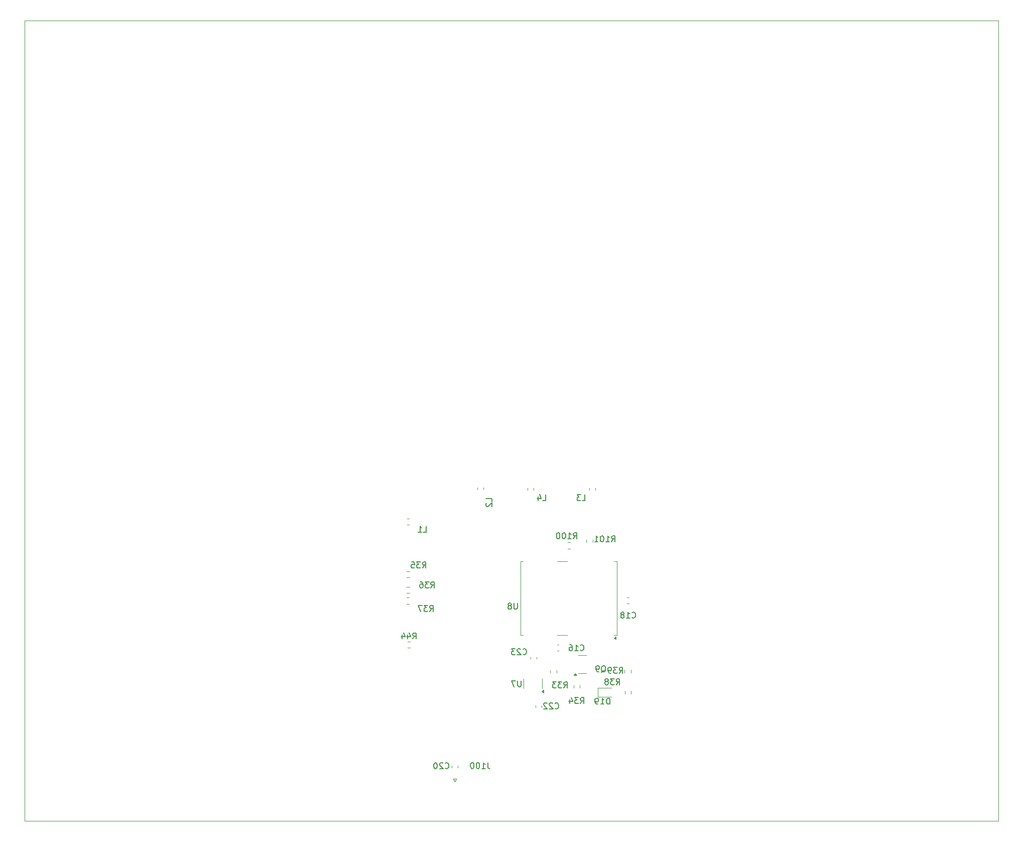
<source format=gbr>
%TF.GenerationSoftware,KiCad,Pcbnew,8.0.1*%
%TF.CreationDate,2024-05-13T23:23:47+02:00*%
%TF.ProjectId,Tracker,54726163-6b65-4722-9e6b-696361645f70,rev?*%
%TF.SameCoordinates,PX2857260PY98c9c50*%
%TF.FileFunction,Legend,Bot*%
%TF.FilePolarity,Positive*%
%FSLAX46Y46*%
G04 Gerber Fmt 4.6, Leading zero omitted, Abs format (unit mm)*
G04 Created by KiCad (PCBNEW 8.0.1) date 2024-05-13 23:23:47*
%MOMM*%
%LPD*%
G01*
G04 APERTURE LIST*
%ADD10C,0.150000*%
%ADD11C,0.120000*%
%TA.AperFunction,Profile*%
%ADD12C,0.100000*%
%TD*%
G04 APERTURE END LIST*
D10*
X83131904Y36695181D02*
X83131904Y35885658D01*
X83131904Y35885658D02*
X83084285Y35790420D01*
X83084285Y35790420D02*
X83036666Y35742800D01*
X83036666Y35742800D02*
X82941428Y35695181D01*
X82941428Y35695181D02*
X82750952Y35695181D01*
X82750952Y35695181D02*
X82655714Y35742800D01*
X82655714Y35742800D02*
X82608095Y35790420D01*
X82608095Y35790420D02*
X82560476Y35885658D01*
X82560476Y35885658D02*
X82560476Y36695181D01*
X81941428Y36266610D02*
X82036666Y36314229D01*
X82036666Y36314229D02*
X82084285Y36361848D01*
X82084285Y36361848D02*
X82131904Y36457086D01*
X82131904Y36457086D02*
X82131904Y36504705D01*
X82131904Y36504705D02*
X82084285Y36599943D01*
X82084285Y36599943D02*
X82036666Y36647562D01*
X82036666Y36647562D02*
X81941428Y36695181D01*
X81941428Y36695181D02*
X81750952Y36695181D01*
X81750952Y36695181D02*
X81655714Y36647562D01*
X81655714Y36647562D02*
X81608095Y36599943D01*
X81608095Y36599943D02*
X81560476Y36504705D01*
X81560476Y36504705D02*
X81560476Y36457086D01*
X81560476Y36457086D02*
X81608095Y36361848D01*
X81608095Y36361848D02*
X81655714Y36314229D01*
X81655714Y36314229D02*
X81750952Y36266610D01*
X81750952Y36266610D02*
X81941428Y36266610D01*
X81941428Y36266610D02*
X82036666Y36218991D01*
X82036666Y36218991D02*
X82084285Y36171372D01*
X82084285Y36171372D02*
X82131904Y36076134D01*
X82131904Y36076134D02*
X82131904Y35885658D01*
X82131904Y35885658D02*
X82084285Y35790420D01*
X82084285Y35790420D02*
X82036666Y35742800D01*
X82036666Y35742800D02*
X81941428Y35695181D01*
X81941428Y35695181D02*
X81750952Y35695181D01*
X81750952Y35695181D02*
X81655714Y35742800D01*
X81655714Y35742800D02*
X81608095Y35790420D01*
X81608095Y35790420D02*
X81560476Y35885658D01*
X81560476Y35885658D02*
X81560476Y36076134D01*
X81560476Y36076134D02*
X81608095Y36171372D01*
X81608095Y36171372D02*
X81655714Y36218991D01*
X81655714Y36218991D02*
X81750952Y36266610D01*
X67132857Y42645181D02*
X67466190Y43121372D01*
X67704285Y42645181D02*
X67704285Y43645181D01*
X67704285Y43645181D02*
X67323333Y43645181D01*
X67323333Y43645181D02*
X67228095Y43597562D01*
X67228095Y43597562D02*
X67180476Y43549943D01*
X67180476Y43549943D02*
X67132857Y43454705D01*
X67132857Y43454705D02*
X67132857Y43311848D01*
X67132857Y43311848D02*
X67180476Y43216610D01*
X67180476Y43216610D02*
X67228095Y43168991D01*
X67228095Y43168991D02*
X67323333Y43121372D01*
X67323333Y43121372D02*
X67704285Y43121372D01*
X66799523Y43645181D02*
X66180476Y43645181D01*
X66180476Y43645181D02*
X66513809Y43264229D01*
X66513809Y43264229D02*
X66370952Y43264229D01*
X66370952Y43264229D02*
X66275714Y43216610D01*
X66275714Y43216610D02*
X66228095Y43168991D01*
X66228095Y43168991D02*
X66180476Y43073753D01*
X66180476Y43073753D02*
X66180476Y42835658D01*
X66180476Y42835658D02*
X66228095Y42740420D01*
X66228095Y42740420D02*
X66275714Y42692800D01*
X66275714Y42692800D02*
X66370952Y42645181D01*
X66370952Y42645181D02*
X66656666Y42645181D01*
X66656666Y42645181D02*
X66751904Y42692800D01*
X66751904Y42692800D02*
X66799523Y42740420D01*
X65275714Y43645181D02*
X65751904Y43645181D01*
X65751904Y43645181D02*
X65799523Y43168991D01*
X65799523Y43168991D02*
X65751904Y43216610D01*
X65751904Y43216610D02*
X65656666Y43264229D01*
X65656666Y43264229D02*
X65418571Y43264229D01*
X65418571Y43264229D02*
X65323333Y43216610D01*
X65323333Y43216610D02*
X65275714Y43168991D01*
X65275714Y43168991D02*
X65228095Y43073753D01*
X65228095Y43073753D02*
X65228095Y42835658D01*
X65228095Y42835658D02*
X65275714Y42740420D01*
X65275714Y42740420D02*
X65323333Y42692800D01*
X65323333Y42692800D02*
X65418571Y42645181D01*
X65418571Y42645181D02*
X65656666Y42645181D01*
X65656666Y42645181D02*
X65751904Y42692800D01*
X65751904Y42692800D02*
X65799523Y42740420D01*
X99822857Y22955181D02*
X100156190Y23431372D01*
X100394285Y22955181D02*
X100394285Y23955181D01*
X100394285Y23955181D02*
X100013333Y23955181D01*
X100013333Y23955181D02*
X99918095Y23907562D01*
X99918095Y23907562D02*
X99870476Y23859943D01*
X99870476Y23859943D02*
X99822857Y23764705D01*
X99822857Y23764705D02*
X99822857Y23621848D01*
X99822857Y23621848D02*
X99870476Y23526610D01*
X99870476Y23526610D02*
X99918095Y23478991D01*
X99918095Y23478991D02*
X100013333Y23431372D01*
X100013333Y23431372D02*
X100394285Y23431372D01*
X99489523Y23955181D02*
X98870476Y23955181D01*
X98870476Y23955181D02*
X99203809Y23574229D01*
X99203809Y23574229D02*
X99060952Y23574229D01*
X99060952Y23574229D02*
X98965714Y23526610D01*
X98965714Y23526610D02*
X98918095Y23478991D01*
X98918095Y23478991D02*
X98870476Y23383753D01*
X98870476Y23383753D02*
X98870476Y23145658D01*
X98870476Y23145658D02*
X98918095Y23050420D01*
X98918095Y23050420D02*
X98965714Y23002800D01*
X98965714Y23002800D02*
X99060952Y22955181D01*
X99060952Y22955181D02*
X99346666Y22955181D01*
X99346666Y22955181D02*
X99441904Y23002800D01*
X99441904Y23002800D02*
X99489523Y23050420D01*
X98299047Y23526610D02*
X98394285Y23574229D01*
X98394285Y23574229D02*
X98441904Y23621848D01*
X98441904Y23621848D02*
X98489523Y23717086D01*
X98489523Y23717086D02*
X98489523Y23764705D01*
X98489523Y23764705D02*
X98441904Y23859943D01*
X98441904Y23859943D02*
X98394285Y23907562D01*
X98394285Y23907562D02*
X98299047Y23955181D01*
X98299047Y23955181D02*
X98108571Y23955181D01*
X98108571Y23955181D02*
X98013333Y23907562D01*
X98013333Y23907562D02*
X97965714Y23859943D01*
X97965714Y23859943D02*
X97918095Y23764705D01*
X97918095Y23764705D02*
X97918095Y23717086D01*
X97918095Y23717086D02*
X97965714Y23621848D01*
X97965714Y23621848D02*
X98013333Y23574229D01*
X98013333Y23574229D02*
X98108571Y23526610D01*
X98108571Y23526610D02*
X98299047Y23526610D01*
X98299047Y23526610D02*
X98394285Y23478991D01*
X98394285Y23478991D02*
X98441904Y23431372D01*
X98441904Y23431372D02*
X98489523Y23336134D01*
X98489523Y23336134D02*
X98489523Y23145658D01*
X98489523Y23145658D02*
X98441904Y23050420D01*
X98441904Y23050420D02*
X98394285Y23002800D01*
X98394285Y23002800D02*
X98299047Y22955181D01*
X98299047Y22955181D02*
X98108571Y22955181D01*
X98108571Y22955181D02*
X98013333Y23002800D01*
X98013333Y23002800D02*
X97965714Y23050420D01*
X97965714Y23050420D02*
X97918095Y23145658D01*
X97918095Y23145658D02*
X97918095Y23336134D01*
X97918095Y23336134D02*
X97965714Y23431372D01*
X97965714Y23431372D02*
X98013333Y23478991D01*
X98013333Y23478991D02*
X98108571Y23526610D01*
X68562857Y39295181D02*
X68896190Y39771372D01*
X69134285Y39295181D02*
X69134285Y40295181D01*
X69134285Y40295181D02*
X68753333Y40295181D01*
X68753333Y40295181D02*
X68658095Y40247562D01*
X68658095Y40247562D02*
X68610476Y40199943D01*
X68610476Y40199943D02*
X68562857Y40104705D01*
X68562857Y40104705D02*
X68562857Y39961848D01*
X68562857Y39961848D02*
X68610476Y39866610D01*
X68610476Y39866610D02*
X68658095Y39818991D01*
X68658095Y39818991D02*
X68753333Y39771372D01*
X68753333Y39771372D02*
X69134285Y39771372D01*
X68229523Y40295181D02*
X67610476Y40295181D01*
X67610476Y40295181D02*
X67943809Y39914229D01*
X67943809Y39914229D02*
X67800952Y39914229D01*
X67800952Y39914229D02*
X67705714Y39866610D01*
X67705714Y39866610D02*
X67658095Y39818991D01*
X67658095Y39818991D02*
X67610476Y39723753D01*
X67610476Y39723753D02*
X67610476Y39485658D01*
X67610476Y39485658D02*
X67658095Y39390420D01*
X67658095Y39390420D02*
X67705714Y39342800D01*
X67705714Y39342800D02*
X67800952Y39295181D01*
X67800952Y39295181D02*
X68086666Y39295181D01*
X68086666Y39295181D02*
X68181904Y39342800D01*
X68181904Y39342800D02*
X68229523Y39390420D01*
X66753333Y40295181D02*
X66943809Y40295181D01*
X66943809Y40295181D02*
X67039047Y40247562D01*
X67039047Y40247562D02*
X67086666Y40199943D01*
X67086666Y40199943D02*
X67181904Y40057086D01*
X67181904Y40057086D02*
X67229523Y39866610D01*
X67229523Y39866610D02*
X67229523Y39485658D01*
X67229523Y39485658D02*
X67181904Y39390420D01*
X67181904Y39390420D02*
X67134285Y39342800D01*
X67134285Y39342800D02*
X67039047Y39295181D01*
X67039047Y39295181D02*
X66848571Y39295181D01*
X66848571Y39295181D02*
X66753333Y39342800D01*
X66753333Y39342800D02*
X66705714Y39390420D01*
X66705714Y39390420D02*
X66658095Y39485658D01*
X66658095Y39485658D02*
X66658095Y39723753D01*
X66658095Y39723753D02*
X66705714Y39818991D01*
X66705714Y39818991D02*
X66753333Y39866610D01*
X66753333Y39866610D02*
X66848571Y39914229D01*
X66848571Y39914229D02*
X67039047Y39914229D01*
X67039047Y39914229D02*
X67134285Y39866610D01*
X67134285Y39866610D02*
X67181904Y39818991D01*
X67181904Y39818991D02*
X67229523Y39723753D01*
X94066666Y53977681D02*
X94542856Y53977681D01*
X94542856Y53977681D02*
X94542856Y54977681D01*
X93828570Y54977681D02*
X93209523Y54977681D01*
X93209523Y54977681D02*
X93542856Y54596729D01*
X93542856Y54596729D02*
X93399999Y54596729D01*
X93399999Y54596729D02*
X93304761Y54549110D01*
X93304761Y54549110D02*
X93257142Y54501491D01*
X93257142Y54501491D02*
X93209523Y54406253D01*
X93209523Y54406253D02*
X93209523Y54168158D01*
X93209523Y54168158D02*
X93257142Y54072920D01*
X93257142Y54072920D02*
X93304761Y54025300D01*
X93304761Y54025300D02*
X93399999Y53977681D01*
X93399999Y53977681D02*
X93685713Y53977681D01*
X93685713Y53977681D02*
X93780951Y54025300D01*
X93780951Y54025300D02*
X93828570Y54072920D01*
X92599047Y47565181D02*
X92932380Y48041372D01*
X93170475Y47565181D02*
X93170475Y48565181D01*
X93170475Y48565181D02*
X92789523Y48565181D01*
X92789523Y48565181D02*
X92694285Y48517562D01*
X92694285Y48517562D02*
X92646666Y48469943D01*
X92646666Y48469943D02*
X92599047Y48374705D01*
X92599047Y48374705D02*
X92599047Y48231848D01*
X92599047Y48231848D02*
X92646666Y48136610D01*
X92646666Y48136610D02*
X92694285Y48088991D01*
X92694285Y48088991D02*
X92789523Y48041372D01*
X92789523Y48041372D02*
X93170475Y48041372D01*
X91646666Y47565181D02*
X92218094Y47565181D01*
X91932380Y47565181D02*
X91932380Y48565181D01*
X91932380Y48565181D02*
X92027618Y48422324D01*
X92027618Y48422324D02*
X92122856Y48327086D01*
X92122856Y48327086D02*
X92218094Y48279467D01*
X91027618Y48565181D02*
X90932380Y48565181D01*
X90932380Y48565181D02*
X90837142Y48517562D01*
X90837142Y48517562D02*
X90789523Y48469943D01*
X90789523Y48469943D02*
X90741904Y48374705D01*
X90741904Y48374705D02*
X90694285Y48184229D01*
X90694285Y48184229D02*
X90694285Y47946134D01*
X90694285Y47946134D02*
X90741904Y47755658D01*
X90741904Y47755658D02*
X90789523Y47660420D01*
X90789523Y47660420D02*
X90837142Y47612800D01*
X90837142Y47612800D02*
X90932380Y47565181D01*
X90932380Y47565181D02*
X91027618Y47565181D01*
X91027618Y47565181D02*
X91122856Y47612800D01*
X91122856Y47612800D02*
X91170475Y47660420D01*
X91170475Y47660420D02*
X91218094Y47755658D01*
X91218094Y47755658D02*
X91265713Y47946134D01*
X91265713Y47946134D02*
X91265713Y48184229D01*
X91265713Y48184229D02*
X91218094Y48374705D01*
X91218094Y48374705D02*
X91170475Y48469943D01*
X91170475Y48469943D02*
X91122856Y48517562D01*
X91122856Y48517562D02*
X91027618Y48565181D01*
X90075237Y48565181D02*
X89979999Y48565181D01*
X89979999Y48565181D02*
X89884761Y48517562D01*
X89884761Y48517562D02*
X89837142Y48469943D01*
X89837142Y48469943D02*
X89789523Y48374705D01*
X89789523Y48374705D02*
X89741904Y48184229D01*
X89741904Y48184229D02*
X89741904Y47946134D01*
X89741904Y47946134D02*
X89789523Y47755658D01*
X89789523Y47755658D02*
X89837142Y47660420D01*
X89837142Y47660420D02*
X89884761Y47612800D01*
X89884761Y47612800D02*
X89979999Y47565181D01*
X89979999Y47565181D02*
X90075237Y47565181D01*
X90075237Y47565181D02*
X90170475Y47612800D01*
X90170475Y47612800D02*
X90218094Y47660420D01*
X90218094Y47660420D02*
X90265713Y47755658D01*
X90265713Y47755658D02*
X90313332Y47946134D01*
X90313332Y47946134D02*
X90313332Y48184229D01*
X90313332Y48184229D02*
X90265713Y48374705D01*
X90265713Y48374705D02*
X90218094Y48469943D01*
X90218094Y48469943D02*
X90170475Y48517562D01*
X90170475Y48517562D02*
X90075237Y48565181D01*
X83781904Y23625181D02*
X83781904Y22815658D01*
X83781904Y22815658D02*
X83734285Y22720420D01*
X83734285Y22720420D02*
X83686666Y22672800D01*
X83686666Y22672800D02*
X83591428Y22625181D01*
X83591428Y22625181D02*
X83400952Y22625181D01*
X83400952Y22625181D02*
X83305714Y22672800D01*
X83305714Y22672800D02*
X83258095Y22720420D01*
X83258095Y22720420D02*
X83210476Y22815658D01*
X83210476Y22815658D02*
X83210476Y23625181D01*
X82829523Y23625181D02*
X82162857Y23625181D01*
X82162857Y23625181D02*
X82591428Y22625181D01*
X87416666Y54015181D02*
X87892856Y54015181D01*
X87892856Y54015181D02*
X87892856Y55015181D01*
X86654761Y54681848D02*
X86654761Y54015181D01*
X86892856Y55062800D02*
X87130951Y54348515D01*
X87130951Y54348515D02*
X86511904Y54348515D01*
X93782857Y19775181D02*
X94116190Y20251372D01*
X94354285Y19775181D02*
X94354285Y20775181D01*
X94354285Y20775181D02*
X93973333Y20775181D01*
X93973333Y20775181D02*
X93878095Y20727562D01*
X93878095Y20727562D02*
X93830476Y20679943D01*
X93830476Y20679943D02*
X93782857Y20584705D01*
X93782857Y20584705D02*
X93782857Y20441848D01*
X93782857Y20441848D02*
X93830476Y20346610D01*
X93830476Y20346610D02*
X93878095Y20298991D01*
X93878095Y20298991D02*
X93973333Y20251372D01*
X93973333Y20251372D02*
X94354285Y20251372D01*
X93449523Y20775181D02*
X92830476Y20775181D01*
X92830476Y20775181D02*
X93163809Y20394229D01*
X93163809Y20394229D02*
X93020952Y20394229D01*
X93020952Y20394229D02*
X92925714Y20346610D01*
X92925714Y20346610D02*
X92878095Y20298991D01*
X92878095Y20298991D02*
X92830476Y20203753D01*
X92830476Y20203753D02*
X92830476Y19965658D01*
X92830476Y19965658D02*
X92878095Y19870420D01*
X92878095Y19870420D02*
X92925714Y19822800D01*
X92925714Y19822800D02*
X93020952Y19775181D01*
X93020952Y19775181D02*
X93306666Y19775181D01*
X93306666Y19775181D02*
X93401904Y19822800D01*
X93401904Y19822800D02*
X93449523Y19870420D01*
X91973333Y20441848D02*
X91973333Y19775181D01*
X92211428Y20822800D02*
X92449523Y20108515D01*
X92449523Y20108515D02*
X91830476Y20108515D01*
X99039047Y47065181D02*
X99372380Y47541372D01*
X99610475Y47065181D02*
X99610475Y48065181D01*
X99610475Y48065181D02*
X99229523Y48065181D01*
X99229523Y48065181D02*
X99134285Y48017562D01*
X99134285Y48017562D02*
X99086666Y47969943D01*
X99086666Y47969943D02*
X99039047Y47874705D01*
X99039047Y47874705D02*
X99039047Y47731848D01*
X99039047Y47731848D02*
X99086666Y47636610D01*
X99086666Y47636610D02*
X99134285Y47588991D01*
X99134285Y47588991D02*
X99229523Y47541372D01*
X99229523Y47541372D02*
X99610475Y47541372D01*
X98086666Y47065181D02*
X98658094Y47065181D01*
X98372380Y47065181D02*
X98372380Y48065181D01*
X98372380Y48065181D02*
X98467618Y47922324D01*
X98467618Y47922324D02*
X98562856Y47827086D01*
X98562856Y47827086D02*
X98658094Y47779467D01*
X97467618Y48065181D02*
X97372380Y48065181D01*
X97372380Y48065181D02*
X97277142Y48017562D01*
X97277142Y48017562D02*
X97229523Y47969943D01*
X97229523Y47969943D02*
X97181904Y47874705D01*
X97181904Y47874705D02*
X97134285Y47684229D01*
X97134285Y47684229D02*
X97134285Y47446134D01*
X97134285Y47446134D02*
X97181904Y47255658D01*
X97181904Y47255658D02*
X97229523Y47160420D01*
X97229523Y47160420D02*
X97277142Y47112800D01*
X97277142Y47112800D02*
X97372380Y47065181D01*
X97372380Y47065181D02*
X97467618Y47065181D01*
X97467618Y47065181D02*
X97562856Y47112800D01*
X97562856Y47112800D02*
X97610475Y47160420D01*
X97610475Y47160420D02*
X97658094Y47255658D01*
X97658094Y47255658D02*
X97705713Y47446134D01*
X97705713Y47446134D02*
X97705713Y47684229D01*
X97705713Y47684229D02*
X97658094Y47874705D01*
X97658094Y47874705D02*
X97610475Y47969943D01*
X97610475Y47969943D02*
X97562856Y48017562D01*
X97562856Y48017562D02*
X97467618Y48065181D01*
X96181904Y47065181D02*
X96753332Y47065181D01*
X96467618Y47065181D02*
X96467618Y48065181D01*
X96467618Y48065181D02*
X96562856Y47922324D01*
X96562856Y47922324D02*
X96658094Y47827086D01*
X96658094Y47827086D02*
X96753332Y47779467D01*
X70962857Y8895420D02*
X71010476Y8847800D01*
X71010476Y8847800D02*
X71153333Y8800181D01*
X71153333Y8800181D02*
X71248571Y8800181D01*
X71248571Y8800181D02*
X71391428Y8847800D01*
X71391428Y8847800D02*
X71486666Y8943039D01*
X71486666Y8943039D02*
X71534285Y9038277D01*
X71534285Y9038277D02*
X71581904Y9228753D01*
X71581904Y9228753D02*
X71581904Y9371610D01*
X71581904Y9371610D02*
X71534285Y9562086D01*
X71534285Y9562086D02*
X71486666Y9657324D01*
X71486666Y9657324D02*
X71391428Y9752562D01*
X71391428Y9752562D02*
X71248571Y9800181D01*
X71248571Y9800181D02*
X71153333Y9800181D01*
X71153333Y9800181D02*
X71010476Y9752562D01*
X71010476Y9752562D02*
X70962857Y9704943D01*
X70581904Y9704943D02*
X70534285Y9752562D01*
X70534285Y9752562D02*
X70439047Y9800181D01*
X70439047Y9800181D02*
X70200952Y9800181D01*
X70200952Y9800181D02*
X70105714Y9752562D01*
X70105714Y9752562D02*
X70058095Y9704943D01*
X70058095Y9704943D02*
X70010476Y9609705D01*
X70010476Y9609705D02*
X70010476Y9514467D01*
X70010476Y9514467D02*
X70058095Y9371610D01*
X70058095Y9371610D02*
X70629523Y8800181D01*
X70629523Y8800181D02*
X70010476Y8800181D01*
X69391428Y9800181D02*
X69296190Y9800181D01*
X69296190Y9800181D02*
X69200952Y9752562D01*
X69200952Y9752562D02*
X69153333Y9704943D01*
X69153333Y9704943D02*
X69105714Y9609705D01*
X69105714Y9609705D02*
X69058095Y9419229D01*
X69058095Y9419229D02*
X69058095Y9181134D01*
X69058095Y9181134D02*
X69105714Y8990658D01*
X69105714Y8990658D02*
X69153333Y8895420D01*
X69153333Y8895420D02*
X69200952Y8847800D01*
X69200952Y8847800D02*
X69296190Y8800181D01*
X69296190Y8800181D02*
X69391428Y8800181D01*
X69391428Y8800181D02*
X69486666Y8847800D01*
X69486666Y8847800D02*
X69534285Y8895420D01*
X69534285Y8895420D02*
X69581904Y8990658D01*
X69581904Y8990658D02*
X69629523Y9181134D01*
X69629523Y9181134D02*
X69629523Y9419229D01*
X69629523Y9419229D02*
X69581904Y9609705D01*
X69581904Y9609705D02*
X69534285Y9704943D01*
X69534285Y9704943D02*
X69486666Y9752562D01*
X69486666Y9752562D02*
X69391428Y9800181D01*
X65497857Y30685181D02*
X65831190Y31161372D01*
X66069285Y30685181D02*
X66069285Y31685181D01*
X66069285Y31685181D02*
X65688333Y31685181D01*
X65688333Y31685181D02*
X65593095Y31637562D01*
X65593095Y31637562D02*
X65545476Y31589943D01*
X65545476Y31589943D02*
X65497857Y31494705D01*
X65497857Y31494705D02*
X65497857Y31351848D01*
X65497857Y31351848D02*
X65545476Y31256610D01*
X65545476Y31256610D02*
X65593095Y31208991D01*
X65593095Y31208991D02*
X65688333Y31161372D01*
X65688333Y31161372D02*
X66069285Y31161372D01*
X64640714Y31351848D02*
X64640714Y30685181D01*
X64878809Y31732800D02*
X65116904Y31018515D01*
X65116904Y31018515D02*
X64497857Y31018515D01*
X63688333Y31351848D02*
X63688333Y30685181D01*
X63926428Y31732800D02*
X64164523Y31018515D01*
X64164523Y31018515D02*
X63545476Y31018515D01*
X97305238Y25049943D02*
X97400476Y25097562D01*
X97400476Y25097562D02*
X97495714Y25192800D01*
X97495714Y25192800D02*
X97638571Y25335658D01*
X97638571Y25335658D02*
X97733809Y25383277D01*
X97733809Y25383277D02*
X97829047Y25383277D01*
X97781428Y25145181D02*
X97876666Y25192800D01*
X97876666Y25192800D02*
X97971904Y25288039D01*
X97971904Y25288039D02*
X98019523Y25478515D01*
X98019523Y25478515D02*
X98019523Y25811848D01*
X98019523Y25811848D02*
X97971904Y26002324D01*
X97971904Y26002324D02*
X97876666Y26097562D01*
X97876666Y26097562D02*
X97781428Y26145181D01*
X97781428Y26145181D02*
X97590952Y26145181D01*
X97590952Y26145181D02*
X97495714Y26097562D01*
X97495714Y26097562D02*
X97400476Y26002324D01*
X97400476Y26002324D02*
X97352857Y25811848D01*
X97352857Y25811848D02*
X97352857Y25478515D01*
X97352857Y25478515D02*
X97400476Y25288039D01*
X97400476Y25288039D02*
X97495714Y25192800D01*
X97495714Y25192800D02*
X97590952Y25145181D01*
X97590952Y25145181D02*
X97781428Y25145181D01*
X96876666Y25145181D02*
X96686190Y25145181D01*
X96686190Y25145181D02*
X96590952Y25192800D01*
X96590952Y25192800D02*
X96543333Y25240420D01*
X96543333Y25240420D02*
X96448095Y25383277D01*
X96448095Y25383277D02*
X96400476Y25573753D01*
X96400476Y25573753D02*
X96400476Y25954705D01*
X96400476Y25954705D02*
X96448095Y26049943D01*
X96448095Y26049943D02*
X96495714Y26097562D01*
X96495714Y26097562D02*
X96590952Y26145181D01*
X96590952Y26145181D02*
X96781428Y26145181D01*
X96781428Y26145181D02*
X96876666Y26097562D01*
X96876666Y26097562D02*
X96924285Y26049943D01*
X96924285Y26049943D02*
X96971904Y25954705D01*
X96971904Y25954705D02*
X96971904Y25716610D01*
X96971904Y25716610D02*
X96924285Y25621372D01*
X96924285Y25621372D02*
X96876666Y25573753D01*
X96876666Y25573753D02*
X96781428Y25526134D01*
X96781428Y25526134D02*
X96590952Y25526134D01*
X96590952Y25526134D02*
X96495714Y25573753D01*
X96495714Y25573753D02*
X96448095Y25621372D01*
X96448095Y25621372D02*
X96400476Y25716610D01*
X93762857Y28780420D02*
X93810476Y28732800D01*
X93810476Y28732800D02*
X93953333Y28685181D01*
X93953333Y28685181D02*
X94048571Y28685181D01*
X94048571Y28685181D02*
X94191428Y28732800D01*
X94191428Y28732800D02*
X94286666Y28828039D01*
X94286666Y28828039D02*
X94334285Y28923277D01*
X94334285Y28923277D02*
X94381904Y29113753D01*
X94381904Y29113753D02*
X94381904Y29256610D01*
X94381904Y29256610D02*
X94334285Y29447086D01*
X94334285Y29447086D02*
X94286666Y29542324D01*
X94286666Y29542324D02*
X94191428Y29637562D01*
X94191428Y29637562D02*
X94048571Y29685181D01*
X94048571Y29685181D02*
X93953333Y29685181D01*
X93953333Y29685181D02*
X93810476Y29637562D01*
X93810476Y29637562D02*
X93762857Y29589943D01*
X92810476Y28685181D02*
X93381904Y28685181D01*
X93096190Y28685181D02*
X93096190Y29685181D01*
X93096190Y29685181D02*
X93191428Y29542324D01*
X93191428Y29542324D02*
X93286666Y29447086D01*
X93286666Y29447086D02*
X93381904Y29399467D01*
X91953333Y29685181D02*
X92143809Y29685181D01*
X92143809Y29685181D02*
X92239047Y29637562D01*
X92239047Y29637562D02*
X92286666Y29589943D01*
X92286666Y29589943D02*
X92381904Y29447086D01*
X92381904Y29447086D02*
X92429523Y29256610D01*
X92429523Y29256610D02*
X92429523Y28875658D01*
X92429523Y28875658D02*
X92381904Y28780420D01*
X92381904Y28780420D02*
X92334285Y28732800D01*
X92334285Y28732800D02*
X92239047Y28685181D01*
X92239047Y28685181D02*
X92048571Y28685181D01*
X92048571Y28685181D02*
X91953333Y28732800D01*
X91953333Y28732800D02*
X91905714Y28780420D01*
X91905714Y28780420D02*
X91858095Y28875658D01*
X91858095Y28875658D02*
X91858095Y29113753D01*
X91858095Y29113753D02*
X91905714Y29208991D01*
X91905714Y29208991D02*
X91953333Y29256610D01*
X91953333Y29256610D02*
X92048571Y29304229D01*
X92048571Y29304229D02*
X92239047Y29304229D01*
X92239047Y29304229D02*
X92334285Y29256610D01*
X92334285Y29256610D02*
X92381904Y29208991D01*
X92381904Y29208991D02*
X92429523Y29113753D01*
X100332857Y24875181D02*
X100666190Y25351372D01*
X100904285Y24875181D02*
X100904285Y25875181D01*
X100904285Y25875181D02*
X100523333Y25875181D01*
X100523333Y25875181D02*
X100428095Y25827562D01*
X100428095Y25827562D02*
X100380476Y25779943D01*
X100380476Y25779943D02*
X100332857Y25684705D01*
X100332857Y25684705D02*
X100332857Y25541848D01*
X100332857Y25541848D02*
X100380476Y25446610D01*
X100380476Y25446610D02*
X100428095Y25398991D01*
X100428095Y25398991D02*
X100523333Y25351372D01*
X100523333Y25351372D02*
X100904285Y25351372D01*
X99999523Y25875181D02*
X99380476Y25875181D01*
X99380476Y25875181D02*
X99713809Y25494229D01*
X99713809Y25494229D02*
X99570952Y25494229D01*
X99570952Y25494229D02*
X99475714Y25446610D01*
X99475714Y25446610D02*
X99428095Y25398991D01*
X99428095Y25398991D02*
X99380476Y25303753D01*
X99380476Y25303753D02*
X99380476Y25065658D01*
X99380476Y25065658D02*
X99428095Y24970420D01*
X99428095Y24970420D02*
X99475714Y24922800D01*
X99475714Y24922800D02*
X99570952Y24875181D01*
X99570952Y24875181D02*
X99856666Y24875181D01*
X99856666Y24875181D02*
X99951904Y24922800D01*
X99951904Y24922800D02*
X99999523Y24970420D01*
X98904285Y24875181D02*
X98713809Y24875181D01*
X98713809Y24875181D02*
X98618571Y24922800D01*
X98618571Y24922800D02*
X98570952Y24970420D01*
X98570952Y24970420D02*
X98475714Y25113277D01*
X98475714Y25113277D02*
X98428095Y25303753D01*
X98428095Y25303753D02*
X98428095Y25684705D01*
X98428095Y25684705D02*
X98475714Y25779943D01*
X98475714Y25779943D02*
X98523333Y25827562D01*
X98523333Y25827562D02*
X98618571Y25875181D01*
X98618571Y25875181D02*
X98809047Y25875181D01*
X98809047Y25875181D02*
X98904285Y25827562D01*
X98904285Y25827562D02*
X98951904Y25779943D01*
X98951904Y25779943D02*
X98999523Y25684705D01*
X98999523Y25684705D02*
X98999523Y25446610D01*
X98999523Y25446610D02*
X98951904Y25351372D01*
X98951904Y25351372D02*
X98904285Y25303753D01*
X98904285Y25303753D02*
X98809047Y25256134D01*
X98809047Y25256134D02*
X98618571Y25256134D01*
X98618571Y25256134D02*
X98523333Y25303753D01*
X98523333Y25303753D02*
X98475714Y25351372D01*
X98475714Y25351372D02*
X98428095Y25446610D01*
X78854819Y53859167D02*
X78854819Y54335357D01*
X78854819Y54335357D02*
X77854819Y54335357D01*
X77950057Y53573452D02*
X77902438Y53525833D01*
X77902438Y53525833D02*
X77854819Y53430595D01*
X77854819Y53430595D02*
X77854819Y53192500D01*
X77854819Y53192500D02*
X77902438Y53097262D01*
X77902438Y53097262D02*
X77950057Y53049643D01*
X77950057Y53049643D02*
X78045295Y53002024D01*
X78045295Y53002024D02*
X78140533Y53002024D01*
X78140533Y53002024D02*
X78283390Y53049643D01*
X78283390Y53049643D02*
X78854819Y53621071D01*
X78854819Y53621071D02*
X78854819Y53002024D01*
X78155714Y9815181D02*
X78155714Y9100896D01*
X78155714Y9100896D02*
X78203333Y8958039D01*
X78203333Y8958039D02*
X78298571Y8862800D01*
X78298571Y8862800D02*
X78441428Y8815181D01*
X78441428Y8815181D02*
X78536666Y8815181D01*
X77155714Y8815181D02*
X77727142Y8815181D01*
X77441428Y8815181D02*
X77441428Y9815181D01*
X77441428Y9815181D02*
X77536666Y9672324D01*
X77536666Y9672324D02*
X77631904Y9577086D01*
X77631904Y9577086D02*
X77727142Y9529467D01*
X76536666Y9815181D02*
X76441428Y9815181D01*
X76441428Y9815181D02*
X76346190Y9767562D01*
X76346190Y9767562D02*
X76298571Y9719943D01*
X76298571Y9719943D02*
X76250952Y9624705D01*
X76250952Y9624705D02*
X76203333Y9434229D01*
X76203333Y9434229D02*
X76203333Y9196134D01*
X76203333Y9196134D02*
X76250952Y9005658D01*
X76250952Y9005658D02*
X76298571Y8910420D01*
X76298571Y8910420D02*
X76346190Y8862800D01*
X76346190Y8862800D02*
X76441428Y8815181D01*
X76441428Y8815181D02*
X76536666Y8815181D01*
X76536666Y8815181D02*
X76631904Y8862800D01*
X76631904Y8862800D02*
X76679523Y8910420D01*
X76679523Y8910420D02*
X76727142Y9005658D01*
X76727142Y9005658D02*
X76774761Y9196134D01*
X76774761Y9196134D02*
X76774761Y9434229D01*
X76774761Y9434229D02*
X76727142Y9624705D01*
X76727142Y9624705D02*
X76679523Y9719943D01*
X76679523Y9719943D02*
X76631904Y9767562D01*
X76631904Y9767562D02*
X76536666Y9815181D01*
X75584285Y9815181D02*
X75489047Y9815181D01*
X75489047Y9815181D02*
X75393809Y9767562D01*
X75393809Y9767562D02*
X75346190Y9719943D01*
X75346190Y9719943D02*
X75298571Y9624705D01*
X75298571Y9624705D02*
X75250952Y9434229D01*
X75250952Y9434229D02*
X75250952Y9196134D01*
X75250952Y9196134D02*
X75298571Y9005658D01*
X75298571Y9005658D02*
X75346190Y8910420D01*
X75346190Y8910420D02*
X75393809Y8862800D01*
X75393809Y8862800D02*
X75489047Y8815181D01*
X75489047Y8815181D02*
X75584285Y8815181D01*
X75584285Y8815181D02*
X75679523Y8862800D01*
X75679523Y8862800D02*
X75727142Y8910420D01*
X75727142Y8910420D02*
X75774761Y9005658D01*
X75774761Y9005658D02*
X75822380Y9196134D01*
X75822380Y9196134D02*
X75822380Y9434229D01*
X75822380Y9434229D02*
X75774761Y9624705D01*
X75774761Y9624705D02*
X75727142Y9719943D01*
X75727142Y9719943D02*
X75679523Y9767562D01*
X75679523Y9767562D02*
X75584285Y9815181D01*
X89482857Y18980420D02*
X89530476Y18932800D01*
X89530476Y18932800D02*
X89673333Y18885181D01*
X89673333Y18885181D02*
X89768571Y18885181D01*
X89768571Y18885181D02*
X89911428Y18932800D01*
X89911428Y18932800D02*
X90006666Y19028039D01*
X90006666Y19028039D02*
X90054285Y19123277D01*
X90054285Y19123277D02*
X90101904Y19313753D01*
X90101904Y19313753D02*
X90101904Y19456610D01*
X90101904Y19456610D02*
X90054285Y19647086D01*
X90054285Y19647086D02*
X90006666Y19742324D01*
X90006666Y19742324D02*
X89911428Y19837562D01*
X89911428Y19837562D02*
X89768571Y19885181D01*
X89768571Y19885181D02*
X89673333Y19885181D01*
X89673333Y19885181D02*
X89530476Y19837562D01*
X89530476Y19837562D02*
X89482857Y19789943D01*
X89101904Y19789943D02*
X89054285Y19837562D01*
X89054285Y19837562D02*
X88959047Y19885181D01*
X88959047Y19885181D02*
X88720952Y19885181D01*
X88720952Y19885181D02*
X88625714Y19837562D01*
X88625714Y19837562D02*
X88578095Y19789943D01*
X88578095Y19789943D02*
X88530476Y19694705D01*
X88530476Y19694705D02*
X88530476Y19599467D01*
X88530476Y19599467D02*
X88578095Y19456610D01*
X88578095Y19456610D02*
X89149523Y18885181D01*
X89149523Y18885181D02*
X88530476Y18885181D01*
X88149523Y19789943D02*
X88101904Y19837562D01*
X88101904Y19837562D02*
X88006666Y19885181D01*
X88006666Y19885181D02*
X87768571Y19885181D01*
X87768571Y19885181D02*
X87673333Y19837562D01*
X87673333Y19837562D02*
X87625714Y19789943D01*
X87625714Y19789943D02*
X87578095Y19694705D01*
X87578095Y19694705D02*
X87578095Y19599467D01*
X87578095Y19599467D02*
X87625714Y19456610D01*
X87625714Y19456610D02*
X88197142Y18885181D01*
X88197142Y18885181D02*
X87578095Y18885181D01*
X84062857Y28100420D02*
X84110476Y28052800D01*
X84110476Y28052800D02*
X84253333Y28005181D01*
X84253333Y28005181D02*
X84348571Y28005181D01*
X84348571Y28005181D02*
X84491428Y28052800D01*
X84491428Y28052800D02*
X84586666Y28148039D01*
X84586666Y28148039D02*
X84634285Y28243277D01*
X84634285Y28243277D02*
X84681904Y28433753D01*
X84681904Y28433753D02*
X84681904Y28576610D01*
X84681904Y28576610D02*
X84634285Y28767086D01*
X84634285Y28767086D02*
X84586666Y28862324D01*
X84586666Y28862324D02*
X84491428Y28957562D01*
X84491428Y28957562D02*
X84348571Y29005181D01*
X84348571Y29005181D02*
X84253333Y29005181D01*
X84253333Y29005181D02*
X84110476Y28957562D01*
X84110476Y28957562D02*
X84062857Y28909943D01*
X83681904Y28909943D02*
X83634285Y28957562D01*
X83634285Y28957562D02*
X83539047Y29005181D01*
X83539047Y29005181D02*
X83300952Y29005181D01*
X83300952Y29005181D02*
X83205714Y28957562D01*
X83205714Y28957562D02*
X83158095Y28909943D01*
X83158095Y28909943D02*
X83110476Y28814705D01*
X83110476Y28814705D02*
X83110476Y28719467D01*
X83110476Y28719467D02*
X83158095Y28576610D01*
X83158095Y28576610D02*
X83729523Y28005181D01*
X83729523Y28005181D02*
X83110476Y28005181D01*
X82777142Y29005181D02*
X82158095Y29005181D01*
X82158095Y29005181D02*
X82491428Y28624229D01*
X82491428Y28624229D02*
X82348571Y28624229D01*
X82348571Y28624229D02*
X82253333Y28576610D01*
X82253333Y28576610D02*
X82205714Y28528991D01*
X82205714Y28528991D02*
X82158095Y28433753D01*
X82158095Y28433753D02*
X82158095Y28195658D01*
X82158095Y28195658D02*
X82205714Y28100420D01*
X82205714Y28100420D02*
X82253333Y28052800D01*
X82253333Y28052800D02*
X82348571Y28005181D01*
X82348571Y28005181D02*
X82634285Y28005181D01*
X82634285Y28005181D02*
X82729523Y28052800D01*
X82729523Y28052800D02*
X82777142Y28100420D01*
X90992857Y22435181D02*
X91326190Y22911372D01*
X91564285Y22435181D02*
X91564285Y23435181D01*
X91564285Y23435181D02*
X91183333Y23435181D01*
X91183333Y23435181D02*
X91088095Y23387562D01*
X91088095Y23387562D02*
X91040476Y23339943D01*
X91040476Y23339943D02*
X90992857Y23244705D01*
X90992857Y23244705D02*
X90992857Y23101848D01*
X90992857Y23101848D02*
X91040476Y23006610D01*
X91040476Y23006610D02*
X91088095Y22958991D01*
X91088095Y22958991D02*
X91183333Y22911372D01*
X91183333Y22911372D02*
X91564285Y22911372D01*
X90659523Y23435181D02*
X90040476Y23435181D01*
X90040476Y23435181D02*
X90373809Y23054229D01*
X90373809Y23054229D02*
X90230952Y23054229D01*
X90230952Y23054229D02*
X90135714Y23006610D01*
X90135714Y23006610D02*
X90088095Y22958991D01*
X90088095Y22958991D02*
X90040476Y22863753D01*
X90040476Y22863753D02*
X90040476Y22625658D01*
X90040476Y22625658D02*
X90088095Y22530420D01*
X90088095Y22530420D02*
X90135714Y22482800D01*
X90135714Y22482800D02*
X90230952Y22435181D01*
X90230952Y22435181D02*
X90516666Y22435181D01*
X90516666Y22435181D02*
X90611904Y22482800D01*
X90611904Y22482800D02*
X90659523Y22530420D01*
X89707142Y23435181D02*
X89088095Y23435181D01*
X89088095Y23435181D02*
X89421428Y23054229D01*
X89421428Y23054229D02*
X89278571Y23054229D01*
X89278571Y23054229D02*
X89183333Y23006610D01*
X89183333Y23006610D02*
X89135714Y22958991D01*
X89135714Y22958991D02*
X89088095Y22863753D01*
X89088095Y22863753D02*
X89088095Y22625658D01*
X89088095Y22625658D02*
X89135714Y22530420D01*
X89135714Y22530420D02*
X89183333Y22482800D01*
X89183333Y22482800D02*
X89278571Y22435181D01*
X89278571Y22435181D02*
X89564285Y22435181D01*
X89564285Y22435181D02*
X89659523Y22482800D01*
X89659523Y22482800D02*
X89707142Y22530420D01*
X102482857Y34300420D02*
X102530476Y34252800D01*
X102530476Y34252800D02*
X102673333Y34205181D01*
X102673333Y34205181D02*
X102768571Y34205181D01*
X102768571Y34205181D02*
X102911428Y34252800D01*
X102911428Y34252800D02*
X103006666Y34348039D01*
X103006666Y34348039D02*
X103054285Y34443277D01*
X103054285Y34443277D02*
X103101904Y34633753D01*
X103101904Y34633753D02*
X103101904Y34776610D01*
X103101904Y34776610D02*
X103054285Y34967086D01*
X103054285Y34967086D02*
X103006666Y35062324D01*
X103006666Y35062324D02*
X102911428Y35157562D01*
X102911428Y35157562D02*
X102768571Y35205181D01*
X102768571Y35205181D02*
X102673333Y35205181D01*
X102673333Y35205181D02*
X102530476Y35157562D01*
X102530476Y35157562D02*
X102482857Y35109943D01*
X101530476Y34205181D02*
X102101904Y34205181D01*
X101816190Y34205181D02*
X101816190Y35205181D01*
X101816190Y35205181D02*
X101911428Y35062324D01*
X101911428Y35062324D02*
X102006666Y34967086D01*
X102006666Y34967086D02*
X102101904Y34919467D01*
X100959047Y34776610D02*
X101054285Y34824229D01*
X101054285Y34824229D02*
X101101904Y34871848D01*
X101101904Y34871848D02*
X101149523Y34967086D01*
X101149523Y34967086D02*
X101149523Y35014705D01*
X101149523Y35014705D02*
X101101904Y35109943D01*
X101101904Y35109943D02*
X101054285Y35157562D01*
X101054285Y35157562D02*
X100959047Y35205181D01*
X100959047Y35205181D02*
X100768571Y35205181D01*
X100768571Y35205181D02*
X100673333Y35157562D01*
X100673333Y35157562D02*
X100625714Y35109943D01*
X100625714Y35109943D02*
X100578095Y35014705D01*
X100578095Y35014705D02*
X100578095Y34967086D01*
X100578095Y34967086D02*
X100625714Y34871848D01*
X100625714Y34871848D02*
X100673333Y34824229D01*
X100673333Y34824229D02*
X100768571Y34776610D01*
X100768571Y34776610D02*
X100959047Y34776610D01*
X100959047Y34776610D02*
X101054285Y34728991D01*
X101054285Y34728991D02*
X101101904Y34681372D01*
X101101904Y34681372D02*
X101149523Y34586134D01*
X101149523Y34586134D02*
X101149523Y34395658D01*
X101149523Y34395658D02*
X101101904Y34300420D01*
X101101904Y34300420D02*
X101054285Y34252800D01*
X101054285Y34252800D02*
X100959047Y34205181D01*
X100959047Y34205181D02*
X100768571Y34205181D01*
X100768571Y34205181D02*
X100673333Y34252800D01*
X100673333Y34252800D02*
X100625714Y34300420D01*
X100625714Y34300420D02*
X100578095Y34395658D01*
X100578095Y34395658D02*
X100578095Y34586134D01*
X100578095Y34586134D02*
X100625714Y34681372D01*
X100625714Y34681372D02*
X100673333Y34728991D01*
X100673333Y34728991D02*
X100768571Y34776610D01*
X67276666Y48705181D02*
X67752856Y48705181D01*
X67752856Y48705181D02*
X67752856Y49705181D01*
X66419523Y48705181D02*
X66990951Y48705181D01*
X66705237Y48705181D02*
X66705237Y49705181D01*
X66705237Y49705181D02*
X66800475Y49562324D01*
X66800475Y49562324D02*
X66895713Y49467086D01*
X66895713Y49467086D02*
X66990951Y49419467D01*
X98724285Y19675181D02*
X98724285Y20675181D01*
X98724285Y20675181D02*
X98486190Y20675181D01*
X98486190Y20675181D02*
X98343333Y20627562D01*
X98343333Y20627562D02*
X98248095Y20532324D01*
X98248095Y20532324D02*
X98200476Y20437086D01*
X98200476Y20437086D02*
X98152857Y20246610D01*
X98152857Y20246610D02*
X98152857Y20103753D01*
X98152857Y20103753D02*
X98200476Y19913277D01*
X98200476Y19913277D02*
X98248095Y19818039D01*
X98248095Y19818039D02*
X98343333Y19722800D01*
X98343333Y19722800D02*
X98486190Y19675181D01*
X98486190Y19675181D02*
X98724285Y19675181D01*
X97200476Y19675181D02*
X97771904Y19675181D01*
X97486190Y19675181D02*
X97486190Y20675181D01*
X97486190Y20675181D02*
X97581428Y20532324D01*
X97581428Y20532324D02*
X97676666Y20437086D01*
X97676666Y20437086D02*
X97771904Y20389467D01*
X96724285Y19675181D02*
X96533809Y19675181D01*
X96533809Y19675181D02*
X96438571Y19722800D01*
X96438571Y19722800D02*
X96390952Y19770420D01*
X96390952Y19770420D02*
X96295714Y19913277D01*
X96295714Y19913277D02*
X96248095Y20103753D01*
X96248095Y20103753D02*
X96248095Y20484705D01*
X96248095Y20484705D02*
X96295714Y20579943D01*
X96295714Y20579943D02*
X96343333Y20627562D01*
X96343333Y20627562D02*
X96438571Y20675181D01*
X96438571Y20675181D02*
X96629047Y20675181D01*
X96629047Y20675181D02*
X96724285Y20627562D01*
X96724285Y20627562D02*
X96771904Y20579943D01*
X96771904Y20579943D02*
X96819523Y20484705D01*
X96819523Y20484705D02*
X96819523Y20246610D01*
X96819523Y20246610D02*
X96771904Y20151372D01*
X96771904Y20151372D02*
X96724285Y20103753D01*
X96724285Y20103753D02*
X96629047Y20056134D01*
X96629047Y20056134D02*
X96438571Y20056134D01*
X96438571Y20056134D02*
X96343333Y20103753D01*
X96343333Y20103753D02*
X96295714Y20151372D01*
X96295714Y20151372D02*
X96248095Y20246610D01*
X68362857Y35315181D02*
X68696190Y35791372D01*
X68934285Y35315181D02*
X68934285Y36315181D01*
X68934285Y36315181D02*
X68553333Y36315181D01*
X68553333Y36315181D02*
X68458095Y36267562D01*
X68458095Y36267562D02*
X68410476Y36219943D01*
X68410476Y36219943D02*
X68362857Y36124705D01*
X68362857Y36124705D02*
X68362857Y35981848D01*
X68362857Y35981848D02*
X68410476Y35886610D01*
X68410476Y35886610D02*
X68458095Y35838991D01*
X68458095Y35838991D02*
X68553333Y35791372D01*
X68553333Y35791372D02*
X68934285Y35791372D01*
X68029523Y36315181D02*
X67410476Y36315181D01*
X67410476Y36315181D02*
X67743809Y35934229D01*
X67743809Y35934229D02*
X67600952Y35934229D01*
X67600952Y35934229D02*
X67505714Y35886610D01*
X67505714Y35886610D02*
X67458095Y35838991D01*
X67458095Y35838991D02*
X67410476Y35743753D01*
X67410476Y35743753D02*
X67410476Y35505658D01*
X67410476Y35505658D02*
X67458095Y35410420D01*
X67458095Y35410420D02*
X67505714Y35362800D01*
X67505714Y35362800D02*
X67600952Y35315181D01*
X67600952Y35315181D02*
X67886666Y35315181D01*
X67886666Y35315181D02*
X67981904Y35362800D01*
X67981904Y35362800D02*
X68029523Y35410420D01*
X67077142Y36315181D02*
X66410476Y36315181D01*
X66410476Y36315181D02*
X66839047Y35315181D01*
D11*
%TO.C,U8*%
X83690000Y43740000D02*
X83690000Y31320000D01*
X83690000Y31320000D02*
X84140000Y31320000D01*
X83700000Y43740000D02*
X84140000Y43740000D01*
X89860000Y43740000D02*
X91540000Y43740000D01*
X89860000Y31320000D02*
X91540000Y31320000D01*
X99460000Y43740000D02*
X99910000Y43740000D01*
X99460000Y31320000D02*
X99910000Y31320000D01*
X99910000Y43740000D02*
X99910000Y31320000D01*
X99790000Y30590000D02*
X99460000Y30830000D01*
X99790000Y31070000D01*
X99790000Y30590000D01*
G36*
X99790000Y30590000D02*
G01*
X99460000Y30830000D01*
X99790000Y31070000D01*
X99790000Y30590000D01*
G37*
%TO.C,R35*%
X64932258Y42052500D02*
X64457742Y42052500D01*
X64932258Y41007500D02*
X64457742Y41007500D01*
%TO.C,R38*%
X101287500Y21912258D02*
X101287500Y21437742D01*
X102332500Y21912258D02*
X102332500Y21437742D01*
%TO.C,R36*%
X64967258Y39432500D02*
X64492742Y39432500D01*
X64967258Y38387500D02*
X64492742Y38387500D01*
%TO.C,L3*%
X95270000Y55787221D02*
X95270000Y56112779D01*
X96290000Y55787221D02*
X96290000Y56112779D01*
%TO.C,R100*%
X92102258Y46942500D02*
X91627742Y46942500D01*
X92102258Y45897500D02*
X91627742Y45897500D01*
%TO.C,U7*%
X84202500Y23900000D02*
X84202500Y23100000D01*
X84202500Y22300000D02*
X84202500Y23100000D01*
X87322500Y23900000D02*
X87322500Y23100000D01*
X87322500Y22300000D02*
X87322500Y23100000D01*
X87602500Y21560000D02*
X87272500Y21800000D01*
X87602500Y22040000D01*
X87602500Y21560000D01*
G36*
X87602500Y21560000D02*
G01*
X87272500Y21800000D01*
X87602500Y22040000D01*
X87602500Y21560000D01*
G37*
%TO.C,L4*%
X84840000Y55797221D02*
X84840000Y56122779D01*
X85860000Y55797221D02*
X85860000Y56122779D01*
%TO.C,R34*%
X92627500Y22862258D02*
X92627500Y22387742D01*
X93672500Y22862258D02*
X93672500Y22387742D01*
%TO.C,R101*%
X94807500Y47432258D02*
X94807500Y46957742D01*
X95852500Y47432258D02*
X95852500Y46957742D01*
%TO.C,C20*%
X72100000Y9265580D02*
X72100000Y8984420D01*
X73120000Y9265580D02*
X73120000Y8984420D01*
%TO.C,R44*%
X64617742Y30232500D02*
X65092258Y30232500D01*
X64617742Y29187500D02*
X65092258Y29187500D01*
%TO.C,Q9*%
X93437500Y27950000D02*
X94087500Y27950000D01*
X93437500Y24830000D02*
X94087500Y24830000D01*
X94737500Y27950000D02*
X94087500Y27950000D01*
X94737500Y24830000D02*
X94087500Y24830000D01*
X93165000Y24550000D02*
X92685000Y24550000D01*
X92925000Y24880000D01*
X93165000Y24550000D01*
G36*
X93165000Y24550000D02*
G01*
X92685000Y24550000D01*
X92925000Y24880000D01*
X93165000Y24550000D01*
G37*
%TO.C,C16*%
X89844420Y29690000D02*
X90125580Y29690000D01*
X89844420Y28670000D02*
X90125580Y28670000D01*
%TO.C,R39*%
X101247500Y25447258D02*
X101247500Y24972742D01*
X102292500Y25447258D02*
X102292500Y24972742D01*
%TO.C,L2*%
X76400000Y55867221D02*
X76400000Y56192779D01*
X77420000Y55867221D02*
X77420000Y56192779D01*
%TO.C,J100*%
X72370000Y7110000D02*
X72870000Y7110000D01*
X72620000Y6610000D02*
X72370000Y7110000D01*
X72870000Y7110000D02*
X72620000Y6610000D01*
%TO.C,C22*%
X86180000Y19425580D02*
X86180000Y19144420D01*
X87200000Y19425580D02*
X87200000Y19144420D01*
%TO.C,C23*%
X85340000Y27590580D02*
X85340000Y27309420D01*
X86360000Y27590580D02*
X86360000Y27309420D01*
%TO.C,R33*%
X88697500Y25402258D02*
X88697500Y24927742D01*
X89742500Y25402258D02*
X89742500Y24927742D01*
%TO.C,C18*%
X101659420Y37630000D02*
X101940580Y37630000D01*
X101659420Y36610000D02*
X101940580Y36610000D01*
%TO.C,L1*%
X64872779Y50970000D02*
X64547221Y50970000D01*
X64872779Y49950000D02*
X64547221Y49950000D01*
%TO.C,D19*%
X96737500Y22395000D02*
X96737500Y20925000D01*
X96737500Y20925000D02*
X99022500Y20925000D01*
X99022500Y22395000D02*
X96737500Y22395000D01*
%TO.C,R37*%
X64442742Y37622500D02*
X64917258Y37622500D01*
X64442742Y36577500D02*
X64917258Y36577500D01*
%TD*%
D12*
X40000Y134960000D02*
X164300000Y134960000D01*
X164300000Y20000D01*
X40000Y20000D01*
X40000Y134960000D01*
M02*

</source>
